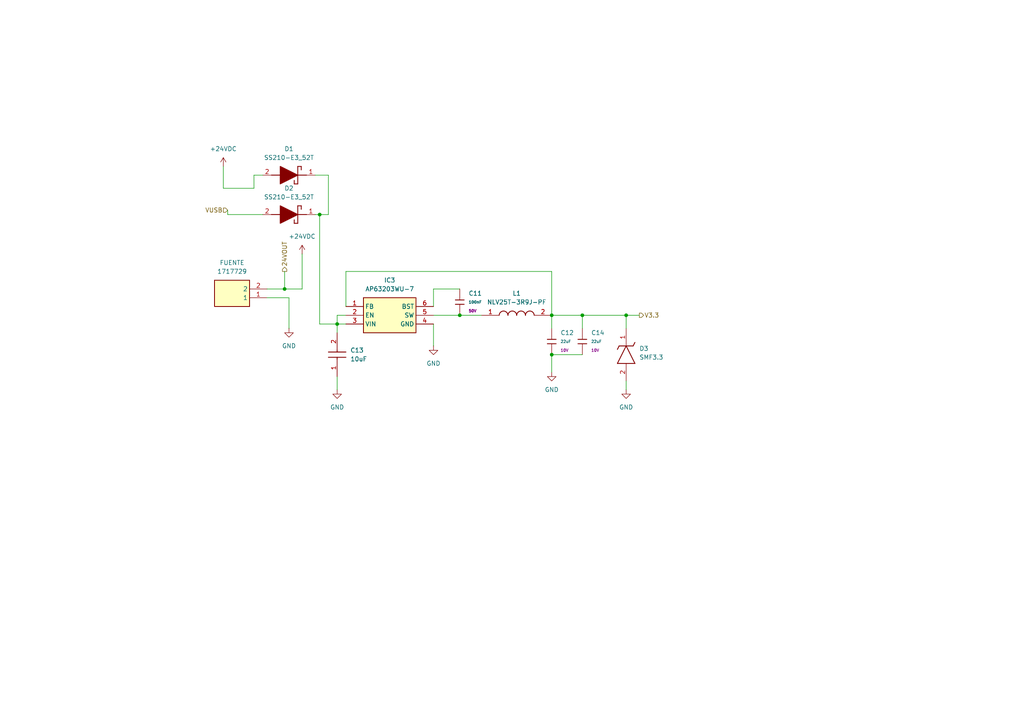
<source format=kicad_sch>
(kicad_sch (version 20250114) (generator "eeschema") (generator_version "9.0")
  (paper "A4")
  (lib_symbols
    (symbol "PCM_JLCPCB-Capacitors:0603,100nF" (pin_numbers (hide yes)) (pin_names (offset 0))
      (property "Reference" "C" (at 2.032 1.668 0))
      (property "Value" "100nF" (at 2.032 -0.3782 0))
      (property "Voltage Rated" "50V" (at 2.032 -2.0462 0))
      (symbol "0603,100nF_0_1"
        (polyline (pts (xy -1.27 0.635) (xy 1.27 0.635)) (stroke (width 0.254)))
        (polyline (pts (xy -1.27 -0.635) (xy 1.27 -0.635)) (stroke (width 0.254)))
      )
      (symbol "0603,100nF_1_1"
        (pin passive line (at 0 3.81 270) (length 3.175) (name "~") (number "1"))
        (pin passive line (at 0 -3.81 90) (length 3.175) (name "~") (number "2"))
      )
    )
    (symbol "PCM_JLCPCB-Capacitors:1206,22uF" (pin_numbers (hide yes)) (pin_names (offset 0))
      (property "Reference" "C" (at 2.032 1.668 0))
      (property "Value" "22uF" (at 2.032 -0.3782 0))
      (property "Voltage Rated" "10V" (at 2.032 -2.0462 0))
      (symbol "1206,22uF_0_1"
        (polyline (pts (xy -1.27 0.635) (xy 1.27 0.635)) (stroke (width 0.254)))
        (polyline (pts (xy -1.27 -0.635) (xy 1.27 -0.635)) (stroke (width 0.254)))
      )
      (symbol "1206,22uF_1_1"
        (pin passive line (at 0 3.81 270) (length 3.175) (name "~") (number "1"))
        (pin passive line (at 0 -3.81 90) (length 3.175) (name "~") (number "2"))
      )
    )
    (symbol "SamacSys_Parts:1717729"
      (property "Reference" "J" (at 16.51 7.62 0))
      (property "Value" "1717729" (at 16.51 5.08 0))
      (symbol "1717729_1_1"
        (rectangle (start 5.08 2.54) (end 15.24 -5.08) (stroke (width 0.254)) (fill (type background)))
        (pin passive line (at 0 0 0) (length 5.08) (name "1") (number "1"))
        (pin passive line (at 0 -2.54 0) (length 5.08) (name "2") (number "2"))
      )
    )
    (symbol "SamacSys_Parts:AP63203WU-7"
      (property "Reference" "IC" (at 21.59 7.62 0))
      (property "Value" "AP63203WU-7" (at 21.59 5.08 0))
      (symbol "AP63203WU-7_1_1"
        (rectangle (start 5.08 2.54) (end 20.32 -7.62) (stroke (width 0.254)) (fill (type background)))
        (pin passive line (at 0 0 0) (length 5.08) (name "FB") (number "1"))
        (pin passive line (at 0 -2.54 0) (length 5.08) (name "EN") (number "2"))
        (pin passive line (at 0 -5.08 0) (length 5.08) (name "VIN") (number "3"))
        (pin passive line (at 25.4 0 180) (length 5.08) (name "BST") (number "6"))
        (pin passive line (at 25.4 -2.54 180) (length 5.08) (name "SW") (number "5"))
        (pin passive line (at 25.4 -5.08 180) (length 5.08) (name "GND") (number "4"))
      )
    )
    (symbol "SamacSys_Parts:CL31A106KBHNNNE" (pin_names (hide yes))
      (property "Reference" "C" (at 8.89 6.35 0))
      (property "Value" "CL31A106KBHNNNE" (at 8.89 3.81 0))
      (symbol "CL31A106KBHNNNE_1_1"
        (polyline (pts (xy 5.08 0) (xy 5.588 0)) (stroke (width 0.254)))
        (polyline (pts (xy 5.588 2.54) (xy 5.588 -2.54)) (stroke (width 0.254)))
        (polyline (pts (xy 7.112 2.54) (xy 7.112 -2.54)) (stroke (width 0.254)))
        (polyline (pts (xy 7.112 0) (xy 7.62 0)) (stroke (width 0.254)))
        (pin passive line (at 0 0 0) (length 5.08) (name "1") (number "1"))
        (pin passive line (at 12.7 0 180) (length 5.08) (name "2") (number "2"))
      )
    )
    (symbol "SamacSys_Parts:NLV25T-3R9J-PF" (pin_names (hide yes))
      (property "Reference" "L" (at 16.51 6.35 0))
      (property "Value" "NLV25T-3R9J-PF" (at 16.51 3.81 0))
      (symbol "NLV25T-3R9J-PF_1_1"
        (arc (start 5.08 0) (mid 6.35 1.219) (end 7.62 0) (stroke (width 0.254)))
        (arc (start 7.62 0) (mid 8.89 1.219) (end 10.16 0) (stroke (width 0.254)))
        (arc (start 10.16 0) (mid 11.43 1.219) (end 12.7 0) (stroke (width 0.254)))
        (arc (start 12.7 0) (mid 13.97 1.219) (end 15.24 0) (stroke (width 0.254)))
        (pin passive line (at 0 0 0) (length 5.08) (name "1") (number "1"))
        (pin passive line (at 20.32 0 180) (length 5.08) (name "2") (number "2"))
      )
    )
    (symbol "SamacSys_Parts:SMF3.3" (pin_names (hide yes))
      (property "Reference" "D" (at 10.16 8.89 0))
      (property "Value" "SMF3.3" (at 10.16 6.35 0))
      (symbol "SMF3.3_1_1"
        (polyline (pts (xy 4.064 2.54) (xy 5.08 2.032)) (stroke (width 0.254)))
        (polyline (pts (xy 5.08 0) (xy 10.16 2.54)) (stroke (width 0.254)))
        (polyline (pts (xy 5.08 -2.032) (xy 5.08 2.032)) (stroke (width 0.254)))
        (polyline (pts (xy 5.08 -2.032) (xy 6.096 -2.54)) (stroke (width 0.254)))
        (polyline (pts (xy 10.16 -2.54) (xy 5.08 0)) (stroke (width 0.254)))
        (polyline (pts (xy 10.16 -2.54) (xy 10.16 2.54)) (stroke (width 0.254)))
        (pin passive line (at 0 0 0) (length 5.08) (name "K") (number "1"))
        (pin passive line (at 15.24 0 180) (length 5.08) (name "A") (number "2"))
      )
    )
    (symbol "SamacSys_Parts:SS210-E3_52T" (pin_names (hide yes))
      (property "Reference" "D" (at 12.7 8.89 0))
      (property "Value" "SS210-E3_52T" (at 12.7 6.35 0))
      (symbol "SS210-E3_52T_1_1"
        (polyline (pts (xy 5.08 0) (xy 7.62 0)) (stroke (width 0.254)))
        (polyline (pts (xy 6.604 -1.524) (xy 6.604 -2.54)) (stroke (width 0.254)))
        (polyline (pts (xy 7.62 2.54) (xy 7.62 -2.54)) (stroke (width 0.254)))
        (polyline (pts (xy 7.62 2.54) (xy 8.636 2.54)) (stroke (width 0.254)))
        (polyline (pts (xy 7.62 0) (xy 12.7 2.54) (xy 12.7 -2.54) (xy 7.62 0)) (stroke (width 0.254)) (fill (type outline)))
        (polyline (pts (xy 7.62 -2.54) (xy 6.604 -2.54)) (stroke (width 0.254)))
        (polyline (pts (xy 8.636 1.524) (xy 8.636 2.54)) (stroke (width 0.254)))
        (polyline (pts (xy 12.7 0) (xy 15.24 0)) (stroke (width 0.254)))
        (pin passive line (at 2.54 0 0) (length 2.54) (name "K") (number "1"))
        (pin passive line (at 17.78 0 180) (length 2.54) (name "A") (number "2"))
      )
    )
    (symbol "power:+5VD" (power) (pin_numbers (hide yes)) (pin_names (offset 0) (hide yes))
      (property "Value" "+5VD" (at 0 3.556 0))
      (symbol "+5VD_0_1"
        (polyline (pts (xy -0.762 1.27) (xy 0 2.54)))
        (polyline (pts (xy 0 2.54) (xy 0.762 1.27)))
        (polyline (pts (xy 0 0) (xy 0 2.54)))
      )
      (symbol "+5VD_1_1"
        (pin power_in line (at 0 0 90) (length 0) (name "~") (number "1"))
      )
    )
    (symbol "power:GND" (power) (pin_numbers (hide yes)) (pin_names (offset 0) (hide yes))
      (property "Value" "GND" (at 0 -3.81 0))
      (symbol "GND_0_1"
        (polyline (pts (xy 0 0) (xy 0 -1.27) (xy 1.27 -1.27) (xy 0 -2.54) (xy -1.27 -1.27) (xy 0 -1.27)))
      )
      (symbol "GND_1_1"
        (pin power_in line (at 0 0 270) (length 0) (name "~") (number "1"))
      )
    )
  )
  (junction (at 181.61 91.44))
  (junction (at 160.02 91.44))
  (junction (at 168.91 91.44))
  (junction (at 92.71 62.23))
  (junction (at 133.35 91.44))
  (junction (at 82.55 83.82))
  (junction (at 97.79 93.98))
  (junction (at 160.02 102.87))
  (wire (pts (xy 97.79 93.98) (xy 97.79 96.52)))
  (wire (pts (xy 97.79 109.22) (xy 97.79 113.03)))
  (wire (pts (xy 92.71 62.23) (xy 95.25 62.23)))
  (wire (pts (xy 73.66 50.8) (xy 76.2 50.8)))
  (wire (pts (xy 97.79 91.44) (xy 97.79 93.98)))
  (wire (pts (xy 92.71 62.23) (xy 92.71 93.98)))
  (wire (pts (xy 181.61 91.44) (xy 181.61 95.25)))
  (wire (pts (xy 73.66 50.8) (xy 73.66 54.61)))
  (wire (pts (xy 77.47 86.36) (xy 83.82 86.36)))
  (wire (pts (xy 100.33 78.74) (xy 160.02 78.74)))
  (wire (pts (xy 76.2 62.23) (xy 66.04 62.23)))
  (wire (pts (xy 91.44 62.23) (xy 92.71 62.23)))
  (wire (pts (xy 66.04 62.23) (xy 66.04 60.96)))
  (wire (pts (xy 87.63 73.66) (xy 87.63 83.82)))
  (wire (pts (xy 160.02 91.44) (xy 160.02 95.25)))
  (wire (pts (xy 92.71 93.98) (xy 97.79 93.98)))
  (wire (pts (xy 82.55 83.82) (xy 87.63 83.82)))
  (wire (pts (xy 125.73 83.82) (xy 133.35 83.82)))
  (wire (pts (xy 64.77 54.61) (xy 73.66 54.61)))
  (wire (pts (xy 160.02 91.44) (xy 168.91 91.44)))
  (wire (pts (xy 125.73 91.44) (xy 133.35 91.44)))
  (wire (pts (xy 83.82 86.36) (xy 83.82 95.25)))
  (wire (pts (xy 160.02 78.74) (xy 160.02 91.44)))
  (wire (pts (xy 125.73 93.98) (xy 125.73 100.33)))
  (wire (pts (xy 168.91 95.25) (xy 168.91 91.44)))
  (wire (pts (xy 64.77 48.26) (xy 64.77 54.61)))
  (wire (pts (xy 125.73 88.9) (xy 125.73 83.82)))
  (wire (pts (xy 77.47 83.82) (xy 82.55 83.82)))
  (wire (pts (xy 100.33 91.44) (xy 97.79 91.44)))
  (wire (pts (xy 168.91 91.44) (xy 181.61 91.44)))
  (wire (pts (xy 181.61 91.44) (xy 185.42 91.44)))
  (wire (pts (xy 82.55 78.74) (xy 82.55 83.82)))
  (wire (pts (xy 160.02 102.87) (xy 168.91 102.87)))
  (wire (pts (xy 133.35 91.44) (xy 139.7 91.44)))
  (wire (pts (xy 100.33 88.9) (xy 100.33 78.74)))
  (wire (pts (xy 95.25 62.23) (xy 95.25 50.8)))
  (wire (pts (xy 95.25 50.8) (xy 91.44 50.8)))
  (wire (pts (xy 181.61 110.49) (xy 181.61 113.03)))
  (wire (pts (xy 97.79 93.98) (xy 100.33 93.98)))
  (wire (pts (xy 160.02 102.87) (xy 160.02 107.95)))
  (hierarchical_label "V3.3" (shape output) (at 185.42 91.44 0))
  (hierarchical_label "24VOUT" (shape output) (at 82.55 78.74 90))
  (hierarchical_label "VUSB" (shape input) (at 66.04 60.96 180))
  (symbol (lib_id "PCM_JLCPCB-Capacitors:0603,100nF") (at 133.35 87.63 0) (unit 1)
    (property "Reference" "C11" (at 135.89 85.0899 0) (effects (justify left)))
    (property "Value" "100nF" (at 135.89 87.63 0) (effects (font (size 0.8 0.8)) (justify left)))
    (property "Footprint" "PCM_JLCPCB:C_0603" (effects (hide yes)))
    (property "Datasheet" "https://www.lcsc.com/datasheet/lcsc_datasheet_2211101700_YAGEO-CC0603KRX7R9BB104_C14663.pdf" (effects (hide yes)))
    (property "Description" "50V 100nF X7R ±10% 0603 Multilayer Ceramic Capacitors MLCC - SMD/SMT ROHS" (effects (hide yes)))
    (property "LCSC" "C14663" (effects (hide yes)))
    (property "Stock" "66445262" (effects (hide yes)))
    (property "Price" "0.006USD" (effects (hide yes)))
    (property "Process" "SMT" (effects (hide yes)))
    (property "Minimum Qty" "20" (effects (hide yes)))
    (property "Attrition Qty" "10" (effects (hide yes)))
    (property "Class" "Basic Component" (effects (hide yes)))
    (property "Category" "Capacitors,Multilayer Ceramic Capacitors MLCC - SMD/SMT" (effects (hide yes)))
    (property "Manufacturer" "YAGEO" (effects (hide yes)))
    (property "Part" "CC0603KRX7R9BB104" (effects (hide yes)))
    (property "Voltage Rated" "50V" (at 135.89 90.17 0) (effects (font (size 0.8 0.8)) (justify left)))
    (property "Tolerance" "±10%" (effects (hide yes)))
    (property "Capacitance" "100nF" (effects (hide yes)))
    (property "Temperature Coefficient" "X7R" (effects (hide yes)))
  )
  (symbol (lib_id "SamacSys_Parts:CL31A106KBHNNNE") (at 97.79 109.22 90) (unit 1)
    (property "Reference" "C13" (at 101.6 101.5999 90) (effects (justify right)))
    (property "Value" "10uF" (at 101.6 104.1399 90) (effects (justify right)))
    (property "Footprint" "SamacSys_Parts:CAPC3216X180N" (effects (hide yes)))
    (property "Datasheet" "https://datasheet.datasheetarchive.com/originals/distributors/Datasheets_SAMA/08745f6325ae1679773301b11fb0567f.pdf" (effects (hide yes)))
    (property "Description" "Samsung Multi-layer Ceramic Capacitor, 1206, 10uF, 50V" (effects (hide yes)))
    (property "Height" "1.8" (effects (hide yes)))
    (property "Manufacturer_Name" "SAMSUNG" (effects (hide yes)))
    (property "Manufacturer_Part_Number" "CL31A106KBHNNNE" (effects (hide yes)))
    (property "Mouser Part Number" "187-CL31A106KBHNNNE" (effects (hide yes)))
    (property "Mouser Price/Stock" "https://www.mouser.co.uk/ProductDetail/Samsung-Electro-Mechanics/CL31A106KBHNNNE?qs=X6jEic%2FHinBsSMnC%2FFnmbg%3D%3D" (effects (hide yes)))
    (property "Arrow Part Number" "CL31A106KBHNNNE" (effects (hide yes)))
    (property "Arrow Price/Stock" "https://www.arrow.com/en/products/cl31a106kbhnnne/samsung-electro-mechanics?region=nac" (effects (hide yes)))
  )
  (symbol (lib_id "power:+5VD") (at 87.63 73.66 0) (unit 1)
    (property "Reference" "#PWR018" (effects (hide yes)))
    (property "Value" "+24VDC" (at 87.63 68.58 0))
    (property "Description" "Power symbol creates a global label with name \"+5VD\"" (effects (hide yes)))
  )
  (symbol (lib_id "power:GND") (at 160.02 107.95 0) (unit 1)
    (property "Reference" "#PWR029" (effects (hide yes)))
    (property "Value" "GND" (at 160.02 113.03 0))
    (property "Description" "Power symbol creates a global label with name \"GND\" , ground" (effects (hide yes)))
  )
  (symbol (lib_id "SamacSys_Parts:AP63203WU-7") (at 100.33 88.9 0) (unit 1)
    (property "Reference" "IC3" (at 113.03 81.28 0))
    (property "Value" "AP63203WU-7" (at 113.03 83.82 0))
    (property "Footprint" "AP63203WU7" (effects (hide yes)))
    (property "Datasheet" "https://www.diodes.com/assets/Datasheets/AP63200-AP63201-AP63203-AP63205.pdf" (effects (hide yes)))
    (property "Description" "Switching Voltage Regulators DCDC Conv HV Buck TSOT26 T&R 3K" (effects (hide yes)))
    (property "Height" "1" (effects (hide yes)))
    (property "Manufacturer_Name" "Diodes Incorporated" (effects (hide yes)))
    (property "Manufacturer_Part_Number" "AP63203WU-7" (effects (hide yes)))
    (property "Mouser Part Number" "621-AP63203WU-7" (effects (hide yes)))
    (property "Mouser Price/Stock" "https://www.mouser.co.uk/ProductDetail/Diodes-Incorporated/AP63203WU-7?qs=u16ybLDytRZ1JqxbuLkMJw%3D%3D" (effects (hide yes)))
    (property "Arrow Part Number" "AP63203WU-7" (effects (hide yes)))
    (property "Arrow Price/Stock" "https://www.arrow.com/en/products/ap63203wu-7/diodes-incorporated?utm_currency=USD&region=europe" (effects (hide yes)))
  )
  (symbol (lib_id "power:GND") (at 125.73 100.33 0) (unit 1)
    (property "Reference" "#PWR027" (effects (hide yes)))
    (property "Value" "GND" (at 125.73 105.41 0))
    (property "Description" "Power symbol creates a global label with name \"GND\" , ground" (effects (hide yes)))
  )
  (symbol (lib_id "power:+5VD") (at 64.77 48.26 0) (unit 1)
    (property "Reference" "#PWR021" (effects (hide yes)))
    (property "Value" "+24VDC" (at 64.77 43.18 0))
    (property "Description" "Power symbol creates a global label with name \"+5VD\"" (effects (hide yes)))
  )
  (symbol (lib_id "SamacSys_Parts:1717729") (at 77.47 86.36 180) (unit 1)
    (property "Reference" "FUENTE" (at 67.31 76.2 0))
    (property "Value" "1717729" (at 67.31 78.74 0))
    (property "Footprint" "1717729" (effects (hide yes)))
    (property "Datasheet" "http://www.phoenixcontact.com/de/produkte/1717729/pdf" (effects (hide yes)))
    (property "Description" "PCB terminal block, nominal current: 17.5 A, rated voltage (III/2): 630 V, nominal cross section: 1.5 mm?, Number of potentials: 2, Number of rows: 1, Number of positions per row: 2, product range: GMKDS 1,5, pitch: 7.62 mm, connection method: Screw connection with tension sleeve, mounting: Wave soldering, conductor/PCB connection direction: 0 ?, color: green, Pin layout: Linear pinning, Solder pin [P]: 3.5 mm, type of packaging: packed in cardboard. The article can be aligned to create different nos. of po" (effects (hide yes)))
    (property "Height" "13.95" (effects (hide yes)))
    (property "Manufacturer_Name" "Phoenix Contact" (effects (hide yes)))
    (property "Manufacturer_Part_Number" "1717729" (effects (hide yes)))
    (property "Mouser Part Number" "651-1717729" (effects (hide yes)))
    (property "Mouser Price/Stock" "https://www.mouser.co.uk/ProductDetail/Phoenix-Contact/1717729?qs=GFUSqQMLmmnDNVVYKmEndA%3D%3D" (effects (hide yes)))
    (property "Arrow Part Number" "1717729" (effects (hide yes)))
    (property "Arrow Price/Stock" "https://www.arrow.com/en/products/1717729/phoenix-contact?utm_currency=USD&region=nac" (effects (hide yes)))
  )
  (symbol (lib_id "SamacSys_Parts:SMF3.3") (at 181.61 95.25 270) (unit 1)
    (property "Reference" "D3" (at 185.42 101.0919 90) (effects (justify left)))
    (property "Value" "SMF3.3" (at 185.42 103.6319 90) (effects (justify left)))
    (property "Footprint" "SamacSys_Parts:SOD3718X108N" (effects (hide yes)))
    (property "Datasheet" "https://componentsearchengine.com/Datasheets/2/SMF3.3.pdf" (effects (hide yes)))
    (property "Description" "ESD Suppressors / TVS Diodes 200W 3.3V 5% Uni-directional" (effects (hide yes)))
    (property "Height" "1.08" (effects (hide yes)))
    (property "Manufacturer_Name" "LITTELFUSE" (effects (hide yes)))
    (property "Manufacturer_Part_Number" "SMF3.3" (effects (hide yes)))
    (property "Mouser Part Number" "576-SMF3.3" (effects (hide yes)))
    (property "Mouser Price/Stock" "https://www.mouser.co.uk/ProductDetail/Littelfuse/SMF3.3?qs=5LChGqRbrjutbyo%2F8EojOg%3D%3D" (effects (hide yes)))
    (property "Arrow Part Number" "SMF3.3" (effects (hide yes)))
    (property "Arrow Price/Stock" "https://www.arrow.com/en/products/smf3.3/littelfuse?region=nac" (effects (hide yes)))
  )
  (symbol (lib_id "SamacSys_Parts:SS210-E3_52T") (at 93.98 62.23 180) (unit 1)
    (property "Reference" "D2" (at 83.82 54.61 0))
    (property "Value" "SS210-E3_52T" (at 83.82 57.15 0))
    (property "Footprint" "DIONM5436X244N" (effects (hide yes)))
    (property "Datasheet" "https://www.vishay.com/docs/88749/ss29.pdf" (effects (hide yes)))
    (property "Description" "Schottky Diodes & Rectifiers 100 Volt 1.5 Amp 75 Amp IFSM" (effects (hide yes)))
    (property "Height" "2.44" (effects (hide yes)))
    (property "Manufacturer_Name" "Vishay" (effects (hide yes)))
    (property "Manufacturer_Part_Number" "SS210-E3/52T" (effects (hide yes)))
    (property "Mouser Part Number" "625-SS210-E3" (effects (hide yes)))
    (property "Mouser Price/Stock" "https://www.mouser.co.uk/ProductDetail/Vishay-General-Semiconductor/SS210-E3-52T?qs=x2jpVgRnAtNRwwCuhfjCIA%3D%3D" (effects (hide yes)))
    (property "Arrow Part Number" "SS210-E3/52T" (effects (hide yes)))
    (property "Arrow Price/Stock" "https://www.arrow.com/en/products/ss210-e352t/vishay?utm_currency=USD&region=nac" (effects (hide yes)))
  )
  (symbol (lib_id "power:GND") (at 181.61 113.03 0) (unit 1)
    (property "Reference" "#PWR030" (effects (hide yes)))
    (property "Value" "GND" (at 181.61 118.11 0))
    (property "Description" "Power symbol creates a global label with name \"GND\" , ground" (effects (hide yes)))
  )
  (symbol (lib_id "SamacSys_Parts:SS210-E3_52T") (at 93.98 50.8 180) (unit 1)
    (property "Reference" "D1" (at 83.82 43.18 0))
    (property "Value" "SS210-E3_52T" (at 83.82 45.72 0))
    (property "Footprint" "DIONM5436X244N" (effects (hide yes)))
    (property "Datasheet" "https://www.vishay.com/docs/88749/ss29.pdf" (effects (hide yes)))
    (property "Description" "Schottky Diodes & Rectifiers 100 Volt 1.5 Amp 75 Amp IFSM" (effects (hide yes)))
    (property "Height" "2.44" (effects (hide yes)))
    (property "Manufacturer_Name" "Vishay" (effects (hide yes)))
    (property "Manufacturer_Part_Number" "SS210-E3/52T" (effects (hide yes)))
    (property "Mouser Part Number" "625-SS210-E3" (effects (hide yes)))
    (property "Mouser Price/Stock" "https://www.mouser.co.uk/ProductDetail/Vishay-General-Semiconductor/SS210-E3-52T?qs=x2jpVgRnAtNRwwCuhfjCIA%3D%3D" (effects (hide yes)))
    (property "Arrow Part Number" "SS210-E3/52T" (effects (hide yes)))
    (property "Arrow Price/Stock" "https://www.arrow.com/en/products/ss210-e352t/vishay?utm_currency=USD&region=nac" (effects (hide yes)))
  )
  (symbol (lib_id "power:GND") (at 83.82 95.25 0) (unit 1)
    (property "Reference" "#PWR024" (effects (hide yes)))
    (property "Value" "GND" (at 83.82 100.33 0))
    (property "Description" "Power symbol creates a global label with name \"GND\" , ground" (effects (hide yes)))
  )
  (symbol (lib_id "PCM_JLCPCB-Capacitors:1206,22uF") (at 168.91 99.06 0) (unit 1)
    (property "Reference" "C14" (at 171.45 96.5199 0) (effects (justify left)))
    (property "Value" "22uF" (at 171.45 99.06 0) (effects (font (size 0.8 0.8)) (justify left)))
    (property "Footprint" "PCM_JLCPCB:C_1206" (effects (hide yes)))
    (property "Datasheet" "https://www.lcsc.com/datasheet/lcsc_datasheet_1810221121_Samsung-Electro-Mechanics-CL31A226KPHNNNE_C5672.pdf" (effects (hide yes)))
    (property "Description" "10V 22uF X5R ±10% 1206 Multilayer Ceramic Capacitors MLCC - SMD/SMT ROHS" (effects (hide yes)))
    (property "LCSC" "C5672" (effects (hide yes)))
    (property "Stock" "236671" (effects (hide yes)))
    (property "Price" "0.037USD" (effects (hide yes)))
    (property "Process" "SMT" (effects (hide yes)))
    (property "Minimum Qty" "20" (effects (hide yes)))
    (property "Attrition Qty" "8" (effects (hide yes)))
    (property "Class" "Preferred Component" (effects (hide yes)))
    (property "Category" "Capacitors,Multilayer Ceramic Capacitors MLCC - SMD/SMT" (effects (hide yes)))
    (property "Manufacturer" "Samsung Electro-Mechanics" (effects (hide yes)))
    (property "Part" "CL31A226KPHNNNE" (effects (hide yes)))
    (property "Voltage Rated" "10V" (at 171.45 101.6 0) (effects (font (size 0.8 0.8)) (justify left)))
    (property "Tolerance" "±10%" (effects (hide yes)))
    (property "Capacitance" "22uF" (effects (hide yes)))
    (property "Temperature Coefficient" "X5R" (effects (hide yes)))
  )
  (symbol (lib_id "SamacSys_Parts:NLV25T-3R9J-PF") (at 139.7 91.44 0) (unit 1)
    (property "Reference" "L1" (at 149.86 85.09 0))
    (property "Value" "NLV25T-3R9J-PF" (at 149.86 87.63 0))
    (property "Footprint" "SamacSys_Parts:INDM2520X190N" (effects (hide yes)))
    (property "Datasheet" "https://product.tdk.com/system/files/dam/doc/product/inductor/inductor/smd/catalog/inductor_commercial_standard_nlv25-pf_en.pdf" (effects (hide yes)))
    (property "Description" "TDK Type 1008 Wire-wound SMD Inductor 3.9 H +/-5% Wire-Wound 180mA Idc Q:30" (effects (hide yes)))
    (property "Height" "1.9" (effects (hide yes)))
    (property "Manufacturer_Name" "TDK" (effects (hide yes)))
    (property "Manufacturer_Part_Number" "NLV25T-3R9J-PF" (effects (hide yes)))
    (property "Mouser Part Number" "810-NLV25T-3R9J" (effects (hide yes)))
    (property "Mouser Price/Stock" "https://www.mouser.co.uk/ProductDetail/TDK/NLV25T-3R9J-PF?qs=3POhL7GGTOiEGzlPar2X3g%3D%3D" (effects (hide yes)))
    (property "Arrow Part Number" "NLV25T-3R9J-PF" (effects (hide yes)))
    (property "Arrow Price/Stock" "https://www.arrow.com/en/products/nlv25t-3r9j-pf/tdk?region=nac" (effects (hide yes)))
  )
  (symbol (lib_id "PCM_JLCPCB-Capacitors:1206,22uF") (at 160.02 99.06 0) (unit 1)
    (property "Reference" "C12" (at 162.56 96.5199 0) (effects (justify left)))
    (property "Value" "22uF" (at 162.56 99.06 0) (effects (font (size 0.8 0.8)) (justify left)))
    (property "Footprint" "PCM_JLCPCB:C_1206" (effects (hide yes)))
    (property "Datasheet" "https://www.lcsc.com/datasheet/lcsc_datasheet_1810221121_Samsung-Electro-Mechanics-CL31A226KPHNNNE_C5672.pdf" (effects (hide yes)))
    (property "Description" "10V 22uF X5R ±10% 1206 Multilayer Ceramic Capacitors MLCC - SMD/SMT ROHS" (effects (hide yes)))
    (property "LCSC" "C5672" (effects (hide yes)))
    (property "Stock" "236671" (effects (hide yes)))
    (property "Price" "0.037USD" (effects (hide yes)))
    (property "Process" "SMT" (effects (hide yes)))
    (property "Minimum Qty" "20" (effects (hide yes)))
    (property "Attrition Qty" "8" (effects (hide yes)))
    (property "Class" "Preferred Component" (effects (hide yes)))
    (property "Category" "Capacitors,Multilayer Ceramic Capacitors MLCC - SMD/SMT" (effects (hide yes)))
    (property "Manufacturer" "Samsung Electro-Mechanics" (effects (hide yes)))
    (property "Part" "CL31A226KPHNNNE" (effects (hide yes)))
    (property "Voltage Rated" "10V" (at 162.56 101.6 0) (effects (font (size 0.8 0.8)) (justify left)))
    (property "Tolerance" "±10%" (effects (hide yes)))
    (property "Capacitance" "22uF" (effects (hide yes)))
    (property "Temperature Coefficient" "X5R" (effects (hide yes)))
  )
  (symbol (lib_id "power:GND") (at 97.79 113.03 0) (unit 1)
    (property "Reference" "#PWR025" (effects (hide yes)))
    (property "Value" "GND" (at 97.79 118.11 0))
    (property "Description" "Power symbol creates a global label with name \"GND\" , ground" (effects (hide yes)))
  )
)
</source>
